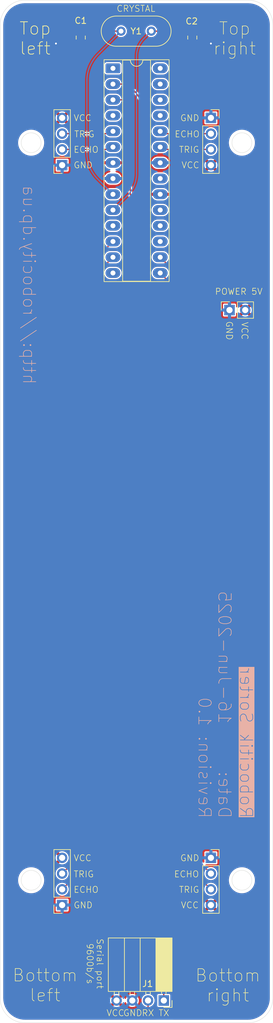
<source format=kicad_pcb>
(kicad_pcb (version 20241229) (generator "pcbnew") (generator_version "9.0")
  (layers (0 "F.Cu" signal) (2 "B.Cu" signal) (13 "F.Paste" user) (15 "B.Paste" user) (5 "F.SilkS" user "F.Silkscreen") (7 "B.SilkS" user "B.Silkscreen") (1 "F.Mask" user) (3 "B.Mask" user) (25 "Edge.Cuts" user))
  (net 0 "")
  (net 1 "XTAL1")
  (net 2 "GND")
  (net 3 "XTAL2")
  (net 4 "UART_RX")
  (net 5 "VCC")
  (net 6 "UART_TX")
  (net 7 "ECHO_BOTTOM_RIGHT")
  (net 8 "TRIG_BOTTOM_RIGHT")
  (net 9 "ECHO_BOTTOM_LEFT")
  (net 10 "TRIG_BOTTOM_LEFT")
  (net 11 "TRIG_TOP_LEFT")
  (net 12 "ECHO_TOP_LEFT")
  (net 13 "ECHO_TOP_RIGHT")
  (net 14 "TRIG_TOP_RIGHT")
  (footprint "Package_DIP:DIP-28_W7.62mm_Socket_LongPads" (layer "F.Cu") (at 63.2 31)
    (property "Reference" "U1" (hide yes))
    (property "Value" "ATmega328P-P")
    (fp_line (start 1.56 -1.33) (end 1.56 34.35) (stroke (width 0.12)) (layer "F.SilkS"))
    (fp_line (start 1.56 34.35) (end 6.06 34.35) (stroke (width 0.12)) (layer "F.SilkS"))
    (fp_line (start 2.81 -1.33) (end 1.56 -1.33) (stroke (width 0.12)) (layer "F.SilkS"))
    (fp_line (start 6.06 -1.33) (end 4.81 -1.33) (stroke (width 0.12)) (layer "F.SilkS"))
    (fp_line (start 6.06 34.35) (end 6.06 -1.33) (stroke (width 0.12)) (layer "F.SilkS"))
    (fp_rect (start -1.44 -1.39) (end 9.06 34.41) (stroke (width 0.12)) (fill no) (layer "F.SilkS"))
    (fp_arc (start 4.81 -1.33) (mid 3.81 -0.33) (end 2.81 -1.33) (stroke (width 0.12)) (layer "F.SilkS"))
    (pad "1" thru_hole roundrect (at 0 0) (size 2.4 1.6) (drill 0.8) (layers "*.Cu" "*.Mask") (roundrect_rratio 0.15625))
    (pad "2" thru_hole oval (at 0 2.54) (size 2.4 1.6) (drill 0.8) (layers "*.Cu" "*.Mask") (net 4 "UART_RX"))
    (pad "3" thru_hole oval (at 0 5.08) (size 2.4 1.6) (drill 0.8) (layers "*.Cu" "*.Mask") (net 6 "UART_TX"))
    (pad "4" thru_hole oval (at 0 7.62) (size 2.4 1.6) (drill 0.8) (layers "*.Cu" "*.Mask"))
    (pad "5" thru_hole oval (at 0 10.16) (size 2.4 1.6) (drill 0.8) (layers "*.Cu" "*.Mask") (net 11 "TRIG_TOP_LEFT"))
    (pad "6" thru_hole oval (at 0 12.7) (size 2.4 1.6) (drill 0.8) (layers "*.Cu" "*.Mask") (net 12 "ECHO_TOP_LEFT"))
    (pad "7" thru_hole oval (at 0 15.24) (size 2.4 1.6) (drill 0.8) (layers "*.Cu" "*.Mask") (net 5 "VCC"))
    (pad "8" thru_hole oval (at 0 17.78) (size 2.4 1.6) (drill 0.8) (layers "*.Cu" "*.Mask") (net 2 "GND"))
    (pad "9" thru_hole oval (at 0 20.32) (size 2.4 1.6) (drill 0.8) (layers "*.Cu" "*.Mask") (net 1 "XTAL1"))
    (pad "10" thru_hole oval (at 0 22.86) (size 2.4 1.6) (drill 0.8) (layers "*.Cu" "*.Mask") (net 3 "XTAL2"))
    (pad "11" thru_hole oval (at 0 25.4) (size 2.4 1.6) (drill 0.8) (layers "*.Cu" "*.Mask"))
    (pad "12" thru_hole oval (at 0 27.94) (size 2.4 1.6) (drill 0.8) (layers "*.Cu" "*.Mask") (net 10 "TRIG_BOTTOM_LEFT"))
    (pad "13" thru_hole oval (at 0 30.48) (size 2.4 1.6) (drill 0.8) (layers "*.Cu" "*.Mask") (net 9 "ECHO_BOTTOM_LEFT"))
    (pad "14" thru_hole oval (at 0 33.02) (size 2.4 1.6) (drill 0.8) (layers "*.Cu" "*.Mask"))
    (pad "15" thru_hole oval (at 7.62 33.02) (size 2.4 1.6) (drill 0.8) (layers "*.Cu" "*.Mask") (net 8 "TRIG_BOTTOM_RIGHT"))
    (pad "16" thru_hole oval (at 7.62 30.48) (size 2.4 1.6) (drill 0.8) (layers "*.Cu" "*.Mask") (net 7 "ECHO_BOTTOM_RIGHT"))
    (pad "17" thru_hole oval (at 7.62 27.94) (size 2.4 1.6) (drill 0.8) (layers "*.Cu" "*.Mask"))
    (pad "18" thru_hole oval (at 7.62 25.4) (size 2.4 1.6) (drill 0.8) (layers "*.Cu" "*.Mask"))
    (pad "19" thru_hole oval (at 7.62 22.86) (size 2.4 1.6) (drill 0.8) (layers "*.Cu" "*.Mask"))
    (pad "20" thru_hole oval (at 7.62 20.32) (size 2.4 1.6) (drill 0.8) (layers "*.Cu" "*.Mask") (net 5 "VCC"))
    (pad "21" thru_hole oval (at 7.62 17.78) (size 2.4 1.6) (drill 0.8) (layers "*.Cu" "*.Mask"))
    (pad "22" thru_hole oval (at 7.62 15.24) (size 2.4 1.6) (drill 0.8) (layers "*.Cu" "*.Mask") (net 2 "GND"))
    (pad "23" thru_hole oval (at 7.62 12.7) (size 2.4 1.6) (drill 0.8) (layers "*.Cu" "*.Mask") (net 14 "TRIG_TOP_RIGHT"))
    (pad "24" thru_hole oval (at 7.62 10.16) (size 2.4 1.6) (drill 0.8) (layers "*.Cu" "*.Mask") (net 13 "ECHO_TOP_RIGHT"))
    (pad "25" thru_hole oval (at 7.62 7.62) (size 2.4 1.6) (drill 0.8) (layers "*.Cu" "*.Mask"))
    (pad "26" thru_hole oval (at 7.62 5.08) (size 2.4 1.6) (drill 0.8) (layers "*.Cu" "*.Mask"))
    (pad "27" thru_hole oval (at 7.62 2.54) (size 2.4 1.6) (drill 0.8) (layers "*.Cu" "*.Mask"))
    (pad "28" thru_hole oval (at 7.62 0) (size 2.4 1.6) (drill 0.8) (layers "*.Cu" "*.Mask"))
  )
  (footprint "Connector_PinSocket_2.54mm:PinSocket_1x04_P2.54mm_Vertical" (layer "F.Cu") (at 55 46.62 180)
    (property "Reference" "J5" (hide yes))
    (property "Value" "Conn_01x04_Socket")
    (fp_line (start 1.33 1.27) (end 1.33 8.95) (stroke (width 0.12)) (layer "F.SilkS"))
    (fp_line (start 1.33 -1.33) (end 1.33 0) (stroke (width 0.12)) (layer "F.SilkS"))
    (fp_line (start 0 -1.33) (end 1.33 -1.33) (stroke (width 0.12)) (layer "F.SilkS"))
    (fp_line (start -1.33 8.95) (end 1.33 8.95) (stroke (width 0.12)) (layer "F.SilkS"))
    (fp_line (start -1.33 1.27) (end 1.33 1.27) (stroke (width 0.12)) (layer "F.SilkS"))
    (fp_line (start -1.33 1.27) (end -1.33 8.95) (stroke (width 0.12)) (layer "F.SilkS"))
    (pad "1" thru_hole rect (at 0 0 180) (size 1.7 1.7) (drill 1) (layers "*.Cu" "*.Mask") (net 2 "GND"))
    (pad "2" thru_hole circle (at 0 2.54 180) (size 1.7 1.7) (drill 1) (layers "*.Cu" "*.Mask") (net 12 "ECHO_TOP_LEFT"))
    (pad "3" thru_hole circle (at 0 5.08 180) (size 1.7 1.7) (drill 1) (layers "*.Cu" "*.Mask") (net 11 "TRIG_TOP_LEFT"))
    (pad "4" thru_hole circle (at 0 7.62 180) (size 1.7 1.7) (drill 1) (layers "*.Cu" "*.Mask") (net 5 "VCC"))
  )
  (footprint "Connector_PinSocket_2.54mm:PinSocket_1x04_P2.54mm_Vertical" (layer "F.Cu") (at 79 158.38)
    (property "Reference" "J2" (hide yes))
    (property "Value" "Conn_01x04_Socket")
    (fp_line (start -1.33 1.27) (end -1.33 8.95) (stroke (width 0.12)) (layer "F.SilkS"))
    (fp_line (start -1.33 1.27) (end 1.33 1.27) (stroke (width 0.12)) (layer "F.SilkS"))
    (fp_line (start -1.33 8.95) (end 1.33 8.95) (stroke (width 0.12)) (layer "F.SilkS"))
    (fp_line (start 0 -1.33) (end 1.33 -1.33) (stroke (width 0.12)) (layer "F.SilkS"))
    (fp_line (start 1.33 -1.33) (end 1.33 0) (stroke (width 0.12)) (layer "F.SilkS"))
    (fp_line (start 1.33 1.27) (end 1.33 8.95) (stroke (width 0.12)) (layer "F.SilkS"))
    (pad "1" thru_hole rect (at 0 0) (size 1.7 1.7) (drill 1) (layers "*.Cu" "*.Mask") (net 2 "GND"))
    (pad "2" thru_hole circle (at 0 2.54) (size 1.7 1.7) (drill 1) (layers "*.Cu" "*.Mask") (net 7 "ECHO_BOTTOM_RIGHT"))
    (pad "3" thru_hole circle (at 0 5.08) (size 1.7 1.7) (drill 1) (layers "*.Cu" "*.Mask") (net 8 "TRIG_BOTTOM_RIGHT"))
    (pad "4" thru_hole circle (at 0 7.62) (size 1.7 1.7) (drill 1) (layers "*.Cu" "*.Mask") (net 5 "VCC"))
  )
  (footprint "Connector_PinSocket_2.54mm:PinSocket_1x02_P2.54mm_Vertical" (layer "F.Cu") (at 82 70 90)
    (property "Reference" "J6" (hide yes))
    (property "Value" "Conn_01x02_Socket")
    (fp_line (start 1.33 -1.33) (end 1.33 0) (stroke (width 0.12)) (layer "F.SilkS"))
    (fp_line (start 0 -1.33) (end 1.33 -1.33) (stroke (width 0.12)) (layer "F.SilkS"))
    (fp_line (start 1.33 1.27) (end 1.33 3.87) (stroke (width 0.12)) (layer "F.SilkS"))
    (fp_line (start -1.33 1.27) (end 1.33 1.27) (stroke (width 0.12)) (layer "F.SilkS"))
    (fp_line (start -1.33 1.27) (end -1.33 3.87) (stroke (width 0.12)) (layer "F.SilkS"))
    (fp_line (start -1.33 3.87) (end 1.33 3.87) (stroke (width 0.12)) (layer "F.SilkS"))
    (pad "1" thru_hole rect (at 0 0 90) (size 1.7 1.7) (drill 1) (layers "*.Cu" "*.Mask") (net 2 "GND"))
    (pad "2" thru_hole circle (at 0 2.54 90) (size 1.7 1.7) (drill 1) (layers "*.Cu" "*.Mask") (net 5 "VCC"))
  )
  (footprint "Capacitor_SMD:C_0805_2012Metric_Pad1.18x1.45mm_HandSolder" (layer "F.Cu") (at 76 26.0375 -90)
    (property "Reference" "C2" (at -2.6375 0.1 0) (layer "F.SilkS"))
    (property "Value" "22pF")
    (fp_line (start -0.261252 0.735) (end 0.261252 0.735) (stroke (width 0.12)) (layer "F.SilkS"))
    (fp_line (start -0.261252 -0.735) (end 0.261252 -0.735) (stroke (width 0.12)) (layer "F.SilkS"))
    (pad "1" smd roundrect (at -1.0375 0 270) (size 1.175 1.45) (layers "F.Cu" "F.Mask" "F.Paste") (roundrect_rratio 0.212766) (net 3 "XTAL2"))
    (pad "2" smd roundrect (at 1.0375 0 270) (size 1.175 1.45) (layers "F.Cu" "F.Mask" "F.Paste") (roundrect_rratio 0.212766) (net 2 "GND"))
  )
  (footprint "Connector_PinSocket_2.54mm:PinSocket_1x04_P2.54mm_Vertical" (layer "F.Cu") (at 55 166 180)
    (property "Reference" "J3" (hide yes))
    (property "Value" "Conn_01x04_Socket")
    (fp_line (start 1.33 1.27) (end 1.33 8.95) (stroke (width 0.12)) (layer "F.SilkS"))
    (fp_line (start 1.33 -1.33) (end 1.33 0) (stroke (width 0.12)) (layer "F.SilkS"))
    (fp_line (start 0 -1.33) (end 1.33 -1.33) (stroke (width 0.12)) (layer "F.SilkS"))
    (fp_line (start -1.33 8.95) (end 1.33 8.95) (stroke (width 0.12)) (layer "F.SilkS"))
    (fp_line (start -1.33 1.27) (end 1.33 1.27) (stroke (width 0.12)) (layer "F.SilkS"))
    (fp_line (start -1.33 1.27) (end -1.33 8.95) (stroke (width 0.12)) (layer "F.SilkS"))
    (pad "1" thru_hole rect (at 0 0 180) (size 1.7 1.7) (drill 1) (layers "*.Cu" "*.Mask") (net 2 "GND"))
    (pad "2" thru_hole circle (at 0 2.54 180) (size 1.7 1.7) (drill 1) (layers "*.Cu" "*.Mask") (net 9 "ECHO_BOTTOM_LEFT"))
    (pad "3" thru_hole circle (at 0 5.08 180) (size 1.7 1.7) (drill 1) (layers "*.Cu" "*.Mask") (net 10 "TRIG_BOTTOM_LEFT"))
    (pad "4" thru_hole circle (at 0 7.62 180) (size 1.7 1.7) (drill 1) (layers "*.Cu" "*.Mask") (net 5 "VCC"))
  )
  (footprint "Connector_PinSocket_2.54mm:PinSocket_1x04_P2.54mm_Vertical" (layer "F.Cu") (at 79 39)
    (property "Reference" "J4" (hide yes))
    (property "Value" "Conn_01x04_Socket")
    (fp_line (start -1.33 1.27) (end -1.33 8.95) (stroke (width 0.12)) (layer "F.SilkS"))
    (fp_line (start -1.33 1.27) (end 1.33 1.27) (stroke (width 0.12)) (layer "F.SilkS"))
    (fp_line (start -1.33 8.95) (end 1.33 8.95) (stroke (width 0.12)) (layer "F.SilkS"))
    (fp_line (start 0 -1.33) (end 1.33 -1.33) (stroke (width 0.12)) (layer "F.SilkS"))
    (fp_line (start 1.33 -1.33) (end 1.33 0) (stroke (width 0.12)) (layer "F.SilkS"))
    (fp_line (start 1.33 1.27) (end 1.33 8.95) (stroke (width 0.12)) (layer "F.SilkS"))
    (pad "1" thru_hole rect (at 0 0) (size 1.7 1.7) (drill 1) (layers "*.Cu" "*.Mask") (net 2 "GND"))
    (pad "2" thru_hole circle (at 0 2.54) (size 1.7 1.7) (drill 1) (layers "*.Cu" "*.Mask") (net 13 "ECHO_TOP_RIGHT"))
    (pad "3" thru_hole circle (at 0 5.08) (size 1.7 1.7) (drill 1) (layers "*.Cu" "*.Mask") (net 14 "TRIG_TOP_RIGHT"))
    (pad "4" thru_hole circle (at 0 7.62) (size 1.7 1.7) (drill 1) (layers "*.Cu" "*.Mask") (net 5 "VCC"))
  )
  (footprint "Connector_PinSocket_2.54mm:PinSocket_1x04_P2.54mm_Horizontal" (layer "F.Cu") (at 71.4 181.4 -90)
    (property "Reference" "J1" (at -2.7 2.6 0) (layer "F.SilkS"))
    (property "Value" "Conn_01x04_Socket")
    (fp_line (start -10.09 8.95) (end -1.46 8.95) (stroke (width 0.12)) (layer "F.SilkS"))
    (fp_line (start -1.46 7.98) (end -1.05 7.98) (stroke (width 0.12)) (layer "F.SilkS"))
    (fp_line (start -1.46 7.26) (end -1.05 7.26) (stroke (width 0.12)) (layer "F.SilkS"))
    (fp_line (start -10.09 6.35) (end -1.46 6.35) (stroke (width 0.12)) (layer "F.SilkS"))
    (fp_line (start -1.46 5.44) (end -1.05 5.44) (stroke (width 0.12)) (layer "F.SilkS"))
    (fp_line (start -1.46 4.72) (end -1.05 4.72) (stroke (width 0.12)) (layer "F.SilkS"))
    (fp_line (start -10.09 3.81) (end -1.46 3.81) (stroke (width 0.12)) (layer "F.SilkS"))
    (fp_line (start -1.46 2.9) (end -1.05 2.9) (stroke (width 0.12)) (layer "F.SilkS"))
    (fp_line (start -1.46 2.18) (end -1.05 2.18) (stroke (width 0.12)) (layer "F.SilkS"))
    (fp_line (start -10.09 1.27) (end -1.46 1.27) (stroke (width 0.12)) (layer "F.SilkS"))
    (fp_line (start -10.09 1.1519) (end -1.46 1.1519) (stroke (width 0.12)) (layer "F.SilkS"))
    (fp_line (start -10.09 1.033805) (end -1.46 1.033805) (stroke (width 0.12)) (layer "F.SilkS"))
    (fp_line (start -10.09 0.91571) (end -1.46 0.91571) (stroke (width 0.12)) (layer "F.SilkS"))
    (fp_line (start -10.09 0.797615) (end -1.46 0.797615) (stroke (width 0.12)) (layer "F.SilkS"))
    (fp_line (start -10.09 0.67952) (end -1.46 0.67952) (stroke (width 0.12)) (layer "F.SilkS"))
    (fp_line (start -10.09 0.561425) (end -1.46 0.561425) (stroke (width 0.12)) (layer "F.SilkS"))
    (fp_line (start -10.09 0.44333) (end -1.46 0.44333) (stroke (width 0.12)) (layer "F.SilkS"))
    (fp_line (start -1.46 0.36) (end -1.11 0.36) (stroke (width 0.12)) (layer "F.SilkS"))
    (fp_line (start -10.09 0.325235) (end -1.46 0.325235) (stroke (width 0.12)) (layer "F.SilkS"))
    (fp_line (start -10.09 0.20714) (end -1.46 0.20714) (stroke (width 0.12)) (layer "F.SilkS"))
    (fp_line (start -10.09 0.089045) (end -1.46 0.089045) (stroke (width 0.12)) (layer "F.SilkS"))
    (fp_line (start -10.09 -0.02905) (end -1.46 -0.02905) (stroke (width 0.12)) (layer "F.SilkS"))
    (fp_line (start -10.09 -0.147145) (end -1.46 -0.147145) (stroke (width 0.12)) (layer "F.SilkS"))
    (fp_line (start -10.09 -0.26524) (end -1.46 -0.26524) (stroke (width 0.12)) (layer "F.SilkS"))
    (fp_line (start -1.46 -0.36) (end -1.11 -0.36) (stroke (width 0.12)) (layer "F.SilkS"))
    (fp_line (start -10.09 -0.383335) (end -1.46 -0.383335) (stroke (width 0.12)) (layer "F.SilkS"))
    (fp_line (start -10.09 -0.50143) (end -1.46 -0.50143) (stroke (width 0.12)) (layer "F.SilkS"))
    (fp_line (start -10.09 -0.619525) (end -1.46 -0.619525) (stroke (width 0.12)) (layer "F.SilkS"))
    (fp_line (start -10.09 -0.73762) (end -1.46 -0.73762) (stroke (width 0.12)) (layer "F.SilkS"))
    (fp_line (start -10.09 -0.855715) (end -1.46 -0.855715) (stroke (width 0.12)) (layer "F.SilkS"))
    (fp_line (start -10.09 -0.97381) (end -1.46 -0.97381) (stroke (width 0.12)) (layer "F.SilkS"))
    (fp_line (start -10.09 -1.091905) (end -1.46 -1.091905) (stroke (width 0.12)) (layer "F.SilkS"))
    (fp_line (start -10.09 -1.21) (end -1.46 -1.21) (stroke (width 0.12)) (layer "F.SilkS"))
    (fp_line (start -10.09 -1.33) (end -10.09 8.95) (stroke (width 0.12)) (layer "F.SilkS"))
    (fp_line (start -10.09 -1.33) (end -1.46 -1.33) (stroke (width 0.12)) (layer "F.SilkS"))
    (fp_line (start -1.46 -1.33) (end -1.46 8.95) (stroke (width 0.12)) (layer "F.SilkS"))
    (fp_line (start 0 -1.33) (end 1.11 -1.33) (stroke (width 0.12)) (layer "F.SilkS"))
    (fp_line (start 1.11 -1.33) (end 1.11 0) (stroke (width 0.12)) (layer "F.SilkS"))
    (pad "1" thru_hole rect (at 0 0 270) (size 1.7 1.7) (drill 1) (layers "*.Cu" "*.Mask") (net 6 "UART_TX"))
    (pad "2" thru_hole circle (at 0 2.54 270) (size 1.7 1.7) (drill 1) (layers "*.Cu" "*.Mask") (net 4 "UART_RX"))
    (pad "3" thru_hole circle (at 0 5.08 270) (size 1.7 1.7) (drill 1) (layers "*.Cu" "*.Mask") (net 2 "GND"))
    (pad "4" thru_hole circle (at 0 7.62 270) (size 1.7 1.7) (drill 1) (layers "*.Cu" "*.Mask") (net 5 "VCC"))
  )
  (footprint "Crystal:Crystal_HC49-4H_Vertical" (layer "F.Cu") (at 64.5 25)
    (property "Reference" "Y1" (at 2.44 0 0) (layer "F.SilkS"))
    (property "Value" "18.432MHz")
    (fp_line (start -0.76 -2.435) (end 5.64 -2.435) (stroke (width 0.12)) (layer "F.SilkS"))
    (fp_line (start -0.76 2.435) (end 5.64 2.435) (stroke (width 0.12)) (layer "F.SilkS"))
    (fp_arc (start -0.76 2.435) (mid -3.195 0) (end -0.76 -2.435) (stroke (width 0.12)) (layer "F.SilkS"))
    (fp_arc (start 5.64 -2.435) (mid 8.075 0) (end 5.64 2.435) (stroke (width 0.12)) (layer "F.SilkS"))
    (pad "1" thru_hole circle (at 0 0) (size 1.5 1.5) (drill 0.8) (layers "*.Cu" "*.Mask") (net 1 "XTAL1"))
    (pad "2" thru_hole circle (at 4.88 0) (size 1.5 1.5) (drill 0.8) (layers "*.Cu" "*.Mask") (net 3 "XTAL2"))
  )
  (footprint "Capacitor_SMD:C_0805_2012Metric_Pad1.18x1.45mm_HandSolder" (layer "F.Cu") (at 58 26.0375 -90)
    (property "Reference" "C1" (at -2.7375 0 0) (layer "F.SilkS"))
    (property "Value" "22pF")
    (fp_line (start -0.261252 0.735) (end 0.261252 0.735) (stroke (width 0.12)) (layer "F.SilkS"))
    (fp_line (start -0.261252 -0.735) (end 0.261252 -0.735) (stroke (width 0.12)) (layer "F.SilkS"))
    (pad "1" smd roundrect (at -1.0375 0 270) (size 1.175 1.45) (layers "F.Cu" "F.Mask" "F.Paste") (roundrect_rratio 0.212766) (net 1 "XTAL1"))
    (pad "2" smd roundrect (at 1.0375 0 270) (size 1.175 1.45) (layers "F.Cu" "F.Mask" "F.Paste") (roundrect_rratio 0.212766) (net 2 "GND"))
  )
  (gr_line (start 85 185) (end 49 185) (stroke (width 0.05)) (layer "Edge.Cuts"))
  (gr_arc (start 49 185) (mid 46.171573 183.828427) (end 45 181) (stroke (width 0.05)) (layer "Edge.Cuts"))
  (gr_line (start 49 20) (end 85 20) (stroke (width 0.05)) (layer "Edge.Cuts"))
  (gr_arc (start 45 24) (mid 46.171573 21.171573) (end 49 20) (stroke (width 0.05)) (layer "Edge.Cuts"))
  (gr_circle (center 84 43) (end 85.6 43) (stroke (width 0.05)) (fill no) (layer "Edge.Cuts"))
  (gr_arc (start 85 20) (mid 87.828427 21.171573) (end 89 24) (stroke (width 0.05)) (layer "Edge.Cuts"))
  (gr_circle (center 84 162) (end 85.6 162) (stroke (width 0.05)) (fill no) (layer "Edge.Cuts"))
  (gr_line (start 89 24) (end 89 181) (stroke (width 0.05)) (layer "Edge.Cuts"))
  (gr_arc (start 89 181) (mid 87.828427 183.828427) (end 85 185) (stroke (width 0.05)) (layer "Edge.Cuts"))
  (gr_line (start 45 181) (end 45 24) (stroke (width 0.05)) (layer "Edge.Cuts"))
  (gr_circle (center 50 43) (end 51.6 43) (stroke (width 0.05)) (fill no) (layer "Edge.Cuts"))
  (gr_circle (center 50 162) (end 51.6 162) (stroke (width 0.05)) (fill no) (layer "Edge.Cuts"))
  (gr_text "RX" (at 67.8 184 0) (layer "F.SilkS") (effects (font (size 1 1) (thickness 0.1)) (justify left bottom)))
  (gr_text "ECHO" (at 73 161.6 0) (layer "F.SilkS") (effects (font (size 1 1) (thickness 0.1)) (justify left bottom)))
  (gr_text "CRYSTAL" (at 63.7286 21.9456 0) (layer "F.SilkS") (effects (font (size 1 1) (thickness 0.1)) (justify left bottom)))
  (gr_text "Top\nright" (at 82.8294 28.956 0) (layer "F.SilkS") (effects (font (size 2 2) (thickness 0.1)) (justify bottom)))
  (gr_text "GND\n" (at 74 159 0) (layer "F.SilkS") (effects (font (size 1 1) (thickness 0.1)) (justify left bottom)))
  (gr_text "GND\n" (at 64.8 184 0) (layer "F.SilkS") (effects (font (size 1 1) (thickness 0.1)) (justify left bottom)))
  (gr_text "TX\n" (at 70.5 184 0) (layer "F.SilkS") (effects (font (size 1 1) (thickness 0.1)) (justify left bottom)))
  (gr_text "VCC" (at 83.8708 71.8566 270) (layer "F.SilkS") (effects (font (size 1 1) (thickness 0.1)) (justify left bottom)))
  (gr_text "GND\n" (at 56.8 47.2 0) (layer "F.SilkS") (effects (font (size 1 1) (thickness 0.1)) (justify left bottom)))
  (gr_text "TRIG" (at 56.8 161.6 0) (layer "F.SilkS") (effects (font (size 1 1) (thickness 0.1)) (justify left bottom)))
  (gr_text "ECHO" (at 56.8 164.1 0) (layer "F.SilkS") (effects (font (size 1 1) (thickness 0.1)) (justify left bottom)))
  (gr_text "Bottom\nright" (at 81.7372 181.737 0) (layer "F.SilkS") (effects (font (size 2 2) (thickness 0.1)) (justify bottom)))
  (gr_text "ECHO" (at 73.1 42.2 0) (layer "F.SilkS") (effects (font (size 1 1) (thickness 0.1)) (justify left bottom)))
  (gr_text "VCC" (at 56.8 39.6 0) (layer "F.SilkS") (effects (font (size 1 1) (thickness 0.1)) (justify left bottom)))
  (gr_text "POWER 5V" (at 79.6 67.6 0) (layer "F.SilkS") (effects (font (size 1 1) (thickness 0.1)) (justify left bottom)))
  (gr_text "GND\n" (at 56.8 166.6 0) (layer "F.SilkS") (effects (font (size 1 1) (thickness 0.1)) (justify left bottom)))
  (gr_text "Bottom\nleft" (at 52.2478 181.7116 0) (layer "F.SilkS") (effects (font (size 2 2) (thickness 0.1)) (justify bottom)))
  (gr_text "Serial port\n9600b/s" (at 58.9026 175.4632 270) (layer "F.SilkS") (effects (font (size 1 1) (thickness 0.1)) (justify bottom)))
  (gr_text "TRIG" (at 56.9 42.2 0) (layer "F.SilkS") (effects (font (size 1 1) (thickness 0.1)) (justify left bottom)))
  (gr_text "ECHO" (at 56.8 44.7 0) (layer "F.SilkS") (effects (font (size 1 1) (thickness 0.1)) (justify left bottom)))
  (gr_text "VCC" (at 74.1 166.6 0) (layer "F.SilkS") (effects (font (size 1 1) (thickness 0.1)) (justify left bottom)))
  (gr_text "TRIG" (at 73.8 164.1 0) (layer "F.SilkS") (effects (font (size 1 1) (thickness 0.1)) (justify left bottom)))
  (gr_text "VCC" (at 74.2 47.2 0) (layer "F.SilkS") (effects (font (size 1 1) (thickness 0.1)) (justify left bottom)))
  (gr_text "VCC" (at 62.1 184 0) (layer "F.SilkS") (effects (font (size 1 1) (thickness 0.1)) (justify left bottom)))
  (gr_text "Top\nleft" (at 50.6476 28.956 0) (layer "F.SilkS") (effects (font (size 2 2) (thickness 0.125)) (justify bottom)))
  (gr_text "VCC" (at 56.8 159 0) (layer "F.SilkS") (effects (font (size 1 1) (thickness 0.1)) (justify left bottom)))
  (gr_text "GND\n" (at 74 39.6 0) (layer "F.SilkS") (effects (font (size 1 1) (thickness 0.1)) (justify left bottom)))
  (gr_text "TRIG" (at 73.8 44.7 0) (layer "F.SilkS") (effects (font (size 1 1) (thickness 0.1)) (justify left bottom)))
  (gr_text "GND\n" (at 81.3816 71.7296 270) (layer "F.SilkS") (effects (font (size 1 1) (thickness 0.1)) (justify left bottom)))
  (gr_text "Robocitik Sorter" (at 83.5 152.1 270) (layer "B.SilkS" knockout) (effects (font (size 2 2) (thickness 0.1)) (justify left bottom mirror)))
  (gr_text "http://robocity.dp.ua" (at 48.5 82.1 270) (layer "B.SilkS") (effects (font (size 2 2) (thickness 0.1)) (justify left bottom mirror)))
  (gr_text "Date:     16-Jun-2025\nRevision: 1.0" (at 76.81 152.1 270) (layer "B.SilkS") (effects (font (size 2 2) (thickness 0.1)) (justify left bottom mirror)))
  (segment (start 58 25) (end 64.5 25) (width 0.2) (layer "F.Cu") (net 1))
  (segment (start 60.75736 48.87736) (end 63.2 51.32) (width 0.2) (layer "B.Cu") (net 1))
  (segment (start 59 32.985281) (end 59 44.634719) (width 0.2) (layer "B.Cu") (net 1))
  (segment (start 64.5 25) (end 60.757359 28.742641) (width 0.2) (layer "B.Cu") (net 1))
  (arc (start 59 32.985281) (mid 59.456723 30.689181) (end 60.757359 28.742641) (width 0.2) (layer "B.Cu") (net 1))
  (arc (start 60.75736 48.87736) (mid 59.456723 46.93082) (end 59 44.634719) (width 0.2) (layer "B.Cu") (net 1))
  (segment (start 54 27) (end 54.075 27.075) (width 0.2) (layer "F.Cu") (net 2))
  (segment (start 76 27.075) (end 78.925 27.075) (width 0.2) (layer "F.Cu") (net 2))
  (segment (start 54.075 27.075) (end 58 27.075) (width 0.2) (layer "F.Cu") (net 2))
  (segment (start 78.925 27.075) (end 79 27) (width 0.2) (layer "F.Cu") (net 2))
  (via (at 54 27) (size 0.6) (drill 0.3) (layers "F.Cu" "B.Cu") (net 2))
  (via (at 79 27) (size 0.6) (drill 0.3) (layers "F.Cu" "B.Cu") (net 2))
  (segment (start 76 25) (end 69.38 25) (width 0.2) (layer "F.Cu") (net 3))
  (segment (start 69.38 25) (end 68.171573 26.208427) (width 0.2) (layer "B.Cu") (net 3))
  (segment (start 65.535534 51.524466) (end 63.2 53.86) (width 0.2) (layer "B.Cu") (net 3))
  (segment (start 67 29.036854) (end 67 47.988932) (width 0.2) (layer "B.Cu") (net 3))
  (arc (start 68.171573 26.208427) (mid 67.304482 27.50612) (end 67 29.036854) (width 0.2) (layer "B.Cu") (net 3))
  (arc (start 65.535534 51.524466) (mid 66.619398 49.902349) (end 67 47.988932) (width 0.2) (layer "B.Cu") (net 3))
  (segment (start 68 168.857864) (end 68 38.071068) (width 0.2) (layer "F.Cu") (net 4))
  (segment (start 69.152893 183.152893) (end 69.707107 183.707107) (width 0.2) (layer "F.Cu") (net 4))
  (segment (start 68.86 181.4) (end 68.86 182.445786) (width 0.2) (layer "F.Cu") (net 4))
  (segment (start 72.535534 177.535534) (end 70.928932 175.928932) (width 0.2) (layer "F.Cu") (net 4))
  (segment (start 70.414214 184) (end 72.585786 184) (width 0.2) (layer "F.Cu") (net 4))
  (segment (start 64.711573 33.54) (end 63.2 33.54) (width 0.2) (layer "F.Cu") (net 4))
  (segment (start 73.292893 183.707107) (end 73.707107 183.292893) (width 0.2) (layer "F.Cu") (net 4))
  (segment (start 66.535534 34.535534) (end 66.125786 34.125786) (width 0.2) (layer "F.Cu") (net 4))
  (segment (start 74 182.585786) (end 74 181.071068) (width 0.2) (layer "F.Cu") (net 4))
  (arc (start 64.711573 33.54) (mid 65.47694 33.692241) (end 66.125786 34.125786) (width 0.2) (layer "F.Cu") (net 4))
  (arc (start 69.152893 183.152893) (mid 68.93612 182.82847) (end 68.86 182.445786) (width 0.2) (layer "F.Cu") (net 4))
  (arc (start 68 168.857864) (mid 68.761205 172.684698) (end 70.928932 175.928932) (width 0.2) (layer "F.Cu") (net 4))
  (arc (start 69.707107 183.707107) (mid 70.03153 183.92388) (end 70.414214 184) (width 0.2) (layer "F.Cu") (net 4))
  (arc (start 68 38.071068) (mid 67.619398 36.157651) (end 66.535534 34.535534) (width 0.2) (layer "F.Cu") (net 4))
  (arc (start 73.292893 183.707107) (mid 72.96847 183.92388) (end 72.585786 184) (width 0.2) (layer "F.Cu") (net 4))
  (arc (start 73.707107 183.292893) (mid 73.92388 182.96847) (end 74 182.585786) (width 0.2) (layer "F.Cu") (net 4))
  (arc (start 74 181.071068) (mid 73.619398 179.157651) (end 72.535534 177.535534) (width 0.2) (layer "F.Cu") (net 4))
  (segment (start 70.52132 178.52132) (end 69.514718 177.514718) (width 0.2) (layer "F.Cu") (net 6))
  (segment (start 66 37.414214) (end 66 169.029437) (width 0.2) (layer "F.Cu") (net 6))
  (segment (start 65.372893 36.372893) (end 65.707107 36.707107) (width 0.2) (layer "F.Cu") (net 6))
  (segment (start 63.2 36.08) (end 64.665786 36.08) (width 0.2) (layer "F.Cu") (net 6))
  (segment (start 71.4 181.4) (end 71.4 180.642641) (width 0.2) (layer "F.Cu") (net 6))
  (arc (start 66 169.029437) (mid 66.913445 173.621638) (end 69.514718 177.514718) (width 0.2) (layer "F.Cu") (net 6))
  (arc (start 65.372893 36.372893) (mid 65.04847 36.15612) (end 64.665786 36.08) (width 0.2) (layer "F.Cu") (net 6))
  (arc (start 65.707107 36.707107) (mid 65.92388 37.03153) (end 66 37.414214) (width 0.2) (layer "F.Cu") (net 6))
  (arc (start 71.4 180.642641) (mid 71.171638 179.49459) (end 70.52132 178.52132) (width 0.2) (layer "F.Cu") (net 6))
  (segment (start 77.0271 157.704459) (end 77.0271 73.900303) (width 0.2) (layer "F.Cu") (net 7))
  (segment (start 72.633701 63.293701) (end 70.82 61.48) (width 0.2) (layer "F.Cu") (net 7))
  (segment (start 79 160.92) (end 77.905779 159.825779) (width 0.2) (layer "F.Cu") (net 7))
  (arc (start 77.0271 73.900303) (mid 75.885293 68.160051) (end 72.633701 63.293701) (width 0.2) (layer "F.Cu") (net 7))
  (arc (start 77.0271 157.704459) (mid 77.255461 158.852509) (end 77.905779 159.825779) (width 0.2) (layer "F.Cu") (net 7))
  (segment (start 75 73.170563) (end 75 156.974719) (width 0.2) (layer "F.Cu") (net 8))
  (segment (start 76.75736 161.21736) (end 79 163.46) (width 0.2) (layer "F.Cu") (net 8))
  (segment (start 70.82 64.02) (end 71.485282 64.685282) (width 0.2) (layer "F.Cu") (net 8))
  (arc (start 75 156.974719) (mid 75.456723 159.27082) (end 76.75736 161.21736) (width 0.2) (layer "F.Cu") (net 8))
  (arc (start 71.485282 64.685282) (mid 74.086555 68.578362) (end 75 73.170563) (width 0.2) (layer "F.Cu") (net 8))
  (segment (start 58 72.893203) (end 58 157.974719) (width 0.2) (layer "F.Cu") (net 9))
  (segment (start 63.2 61.48) (end 62.393398 62.286602) (width 0.2) (layer "F.Cu") (net 9))
  (segment (start 56.24264 162.21736) (end 55 163.46) (width 0.2) (layer "F.Cu") (net 9))
  (arc (start 62.393398 62.286602) (mid 59.141807 67.152952) (end 58 72.893203) (width 0.2) (layer "F.Cu") (net 9))
  (arc (start 56.24264 162.21736) (mid 57.543277 160.27082) (end 58 157.974719) (width 0.2) (layer "F.Cu") (net 9))
  (segment (start 56.151 73.444844) (end 56.151 158.940573) (width 0.2) (layer "F.Cu") (net 10))
  (segment (start 63.2 58.94) (end 61.423078 60.716922) (width 0.2) (layer "F.Cu") (net 10))
  (segment (start 55.565213 160.354787) (end 55 160.92) (width 0.2) (layer "F.Cu") (net 10))
  (arc (start 56.151 73.444844) (mid 57.521168 66.556542) (end 61.423078 60.716922) (width 0.2) (layer "F.Cu") (net 10))
  (arc (start 55.565213 160.354787) (mid 55.998759 159.70594) (end 56.151 158.940573) (width 0.2) (layer "F.Cu") (net 10))
  (segment (start 62.82 41.54) (end 63.2 41.16) (width 0.2) (layer "F.Cu") (net 11))
  (segment (start 55 41.54) (end 62.82 41.54) (width 0.2) (layer "F.Cu") (net 11))
  (segment (start 62.82 44.08) (end 63.2 43.7) (width 0.2) (layer "F.Cu") (net 12))
  (segment (start 55 44.08) (end 62.82 44.08) (width 0.2) (layer "F.Cu") (net 12))
  (segment (start 79 41.54) (end 71.2 41.54) (width 0.2) (layer "F.Cu") (net 13))
  (segment (start 71.2 41.54) (end 70.82 41.16) (width 0.2) (layer "F.Cu") (net 13))
  (segment (start 71.2 44.08) (end 70.82 43.7) (width 0.2) (layer "F.Cu") (net 14))
  (segment (start 79 44.08) (end 71.2 44.08) (width 0.2) (layer "F.Cu") (net 14))
  (zone (net 5) (net_name "VCC") (layer "F.Cu") (connect_pads (clearance 0)) (min_thickness 0.25) (fill yes (thermal_gap 0.5) (thermal_bridge_width 0.5))
    (polygon (pts (xy 45 20) (xy 89 20) (xy 89 185) (xy 45 185)))
  )
  (zone (net 2) (net_name "GND") (layer "B.Cu") (priority 1) (connect_pads (clearance 0)) (min_thickness 0.25) (fill yes (thermal_gap 0.5) (thermal_bridge_width 0.5))
    (polygon (pts (xy 45 20) (xy 89 20) (xy 89 185) (xy 45 185)))
  )
)
</source>
